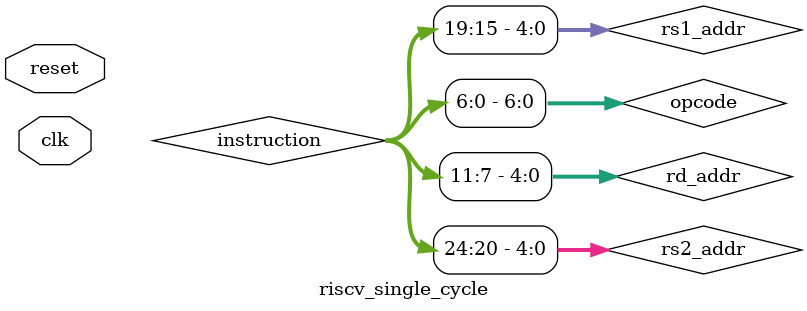
<source format=v>

module riscv_single_cycle (
    input wire clk,      // クロック
    input wire reset     // リセット
);

    // 内部信号の宣言
    wire [31:0] pc;                 // プログラムカウンタ
    wire [31:0] instruction;        // 命令
    wire [31:0] read_data1;         // レジスタファイルからの読み出しデータ1
    wire [31:0] read_data2;         // レジスタファイルからの読み出しデータ2
    wire [31:0] extended_immediate; // 符号拡張された即値
    wire [31:0] alu_result;         // ALUの出力
    reg  [31:0] write_data;         // レジスタファイルへの書き込みデータ  <--- CHANGED FROM 'wire' TO 'reg'
    wire [31:0] mem_read_data;      // データメモリからの読み出しデータwire [4:0]
    wire [4:0]  rs1_addr;           // ソースレジスタ1アドレス
    wire [4:0]  rs2_addr;           // ソースレジスタ2アドレス
    wire [4:0]  rd_addr;            // デスティネーションレジスタアドレス
    wire        reg_write_en;       // レジスタ書き込みイネーブル
    wire [2:0]  alu_op;             // ALU操作コード
    wire        alu_src_b;          // ALUのB入力選択（0: Reg, 1: Immediate）
    wire [1:0]  mem_to_reg;         // メモリからレジスタへのデータ選択
    wire        mem_read_en;        // データメモリ読み出しイネーブル // NEW: Added for data memory control
    wire        mem_write_en;       // データメモリ書き込みイネーブル // NEW: Added for data memory control
    wire        branch_taken;
    wire [31:0] imm_branch;
    wire [31:0] next_pc;
    wire [31:0] imm_u_type;
    wire [31:0] imm_j_type;

    // プログラムカウンタ (PC)
    // リセット時は0、それ以外はPC + 4
    pc_unit pc_unit_inst (
        .clk(clk),
        .reset(reset),
        .next_pc_in(next_pc),  // calculated next PC
        .pc_out(pc)            // current PC output
    );

    // 命令メモリ (Instruction Memory)
    instruction_memory im_inst (
        .addr(pc),
        .instruction_out(instruction)
    );

    always @(posedge clk) begin
        $display("DEBUG: Time=%0t | PC=%h | imm_branch=%h | branch_taken=%b", 
                $time, pc, imm_branch, branch_taken);
    end


    // 命令デコード
    // 命令から各フィールドを抽出
    assign rs1_addr = instruction[19:15];
    assign rs2_addr = instruction[24:20];
    assign rd_addr  = instruction[11:7];

    // GTKWAVEチェックのため
    wire [31:0] x0_debug, x1_debug, x2_debug, x3_debug, x4_debug, x5_debug, x6_debug;

    // レジスタファイル
    // rs1_addrとrs2_addrからデータを読み出し、rd_addrにwrite_dataを書き込む
    register_file rf_inst (
        .clk(clk),
        .reg_write_en(reg_write_en),
        .rs1_addr(rs1_addr),
        .rs2_addr(rs2_addr),
        .rd_addr(rd_addr),
        .write_data(write_data),
        .read_data1(read_data1),
        .read_data2(read_data2),
        .x0_debug(x0_debug),
        .x1_debug(x1_debug),
        .x2_debug(x2_debug),
        .x3_debug(x3_debug),
        .x4_debug(x4_debug),
        .x5_debug(x5_debug),
        .x6_debug(x6_debug)
    );

    // 即値生成ユニット (Sign Extender)
    // Iタイプ命令の即値を32ビットに符号拡張
    // 拡張性のため、他のタイプの即値生成もここに追加
    sign_extender se_inst (
        .instruction(instruction),
        .extended_immediate(extended_immediate),
        .imm_branch(imm_branch),
        .imm_u_type(imm_u_type),
        .imm_j_type(imm_j_type)
    );

    always @(posedge clk) begin
        $display("DEBUG: Time=%0t | PC=%h | imm_branch=%h | branch_taken=%b", 
                $time, pc, imm_branch, branch_taken);
    end


    // ALU (Arithmetic Logic Unit)
    // alu_src_bによってread_data2かextended_immediateを選択し演算
    alu alu_inst (
        .src_a(read_data1),
        .src_b(alu_b_input), // MUX for ALU B input
        .alu_op(alu_op),
        .result(alu_result)
    );

    // B-type
    wire [6:0] opcode = instruction[6:0];
    wire [2:0] funct3 = instruction[14:12];
    localparam OP_BRANCH = 7'b1100011;

    assign branch_taken = (opcode == OP_BRANCH) && (
        (funct3 == 3'b000 && alu_result == 0) ||  // beq
        (funct3 == 3'b001 && alu_result != 0)     // bne
    );

    // J-type
    wire jump_en = (opcode == 7'b1101111); // jal
    assign next_pc =
        jump_en        ? pc + imm_j_type :
        branch_taken   ? pc + imm_branch :
                        pc + 4;
 
    always @(posedge clk) begin
        $display("DEBUG: Time=%0t | PC=%h | imm_branch=%h | branch_taken=%b, next_pc=%h", 
                $time, pc, imm_branch, branch_taken, next_pc);
    end

    // U-type
    localparam OP_LUI = 7'b0110111;
    wire [31:0] alu_b_input = (opcode == OP_LUI) ? imm_u_type :
                            (alu_src_b ? extended_immediate : read_data2);



    // データメモリ (Data Memory) - Rタイプでは使用しないが、I/Sタイプで必要
    // 最初はダミーで置いておく
    data_memory dm_inst (
        .clk(clk),
        .addr(alu_result), // ロード/ストアアドレス
        .write_data(read_data2), // ストアデータ
        // .mem_read_en(1'b0),  // 後で制御ユニットから接続
        // .mem_write_en(1'b0), // 後で制御ユニットから接続
        // .read_data_out()     // ロードデータ (未使用だがポートは保持)
        .mem_read_en(mem_read_en),  // 制御ユニットから接続 // NEW: Connected
        .mem_write_en(mem_write_en),// 制御ユニットから接続 // NEW: Connected
        .read_data_out(mem_read_data) // ロードデータ // NEW: Connected to new wire
    );

    // ライトバックステージのMux // MODIFIED: Now a MUX
    // mem_to_reg 信号に基づいて、ALUの結果またはメモリからの読み出しデータを write_data として選択
    // mem_to_reg:
    // 00: ALU結果をレジスタに書き込む (R-type, I-type (addi))
    // 01: メモリからのデータをレジスタに書き込む (lw)
    // (他の値は将来の拡張用、例: PC+4 for JAL/JALR)
    always @* begin
        case (mem_to_reg)
            2'b00: write_data = (jump_en ? pc + 4 : alu_result);
            2'b01: write_data = mem_read_data;
            default: write_data = 32'b0;
        endcase
    end
    // // alu_resultをwrite_dataとして選択。後でメモリロードデータも選択肢に追加
    // assign write_data = alu_result;

    // 制御ユニット (Control Unit)
    // 命令から制御信号を生成
    control_unit cu_inst (
        .opcode(instruction[6:0]),
        .funct3(instruction[14:12]),
        .funct7(instruction[31:25]),
        .reg_write_en(reg_write_en),
        .alu_op(alu_op),
        .alu_src_b(alu_src_b),
        .mem_read_en(mem_read_en),  // Connected
        .mem_write_en(mem_write_en),// Connected
        .mem_to_reg(mem_to_reg)     // Connected// 他の制御信号 (Branch, Jump, PC_Sourceなど) は必要に応じて追加
    );

endmodule
</source>
